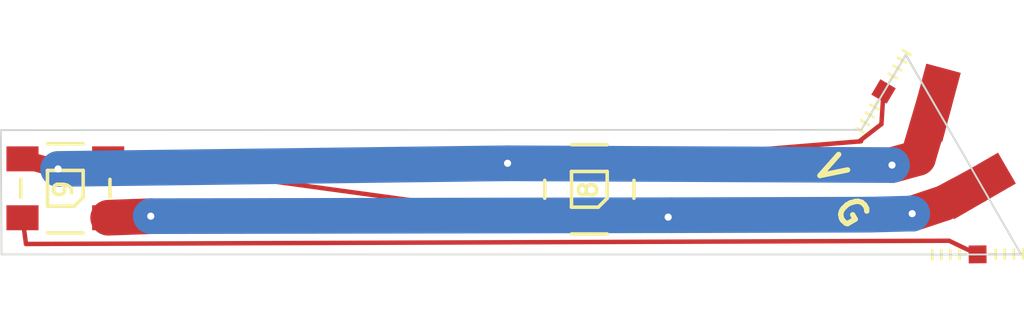
<source format=kicad_pcb>
(kicad_pcb (version 4) (host pcbnew 4.0.7)

  (general
    (links 3)
    (no_connects 0)
    (area 104.409223 29.099326 405.110759 155.047504)
    (thickness 1.6)
    (drawings 11)
    (tracks 33)
    (zones 0)
    (modules 6)
    (nets 6)
  )

  (page A4)
  (layers
    (0 F.Cu signal)
    (31 B.Cu signal)
    (32 B.Adhes user)
    (33 F.Adhes user)
    (34 B.Paste user)
    (35 F.Paste user)
    (36 B.SilkS user)
    (37 F.SilkS user)
    (38 B.Mask user)
    (39 F.Mask user)
    (40 Dwgs.User user)
    (41 Cmts.User user)
    (42 Eco1.User user)
    (43 Eco2.User user)
    (44 Edge.Cuts user)
    (45 Margin user)
    (46 B.CrtYd user)
    (47 F.CrtYd user)
    (48 B.Fab user)
    (49 F.Fab user)
  )

  (setup
    (last_trace_width 0.25)
    (user_trace_width 0.5)
    (user_trace_width 1)
    (user_trace_width 2)
    (trace_clearance 0.2)
    (zone_clearance 0.508)
    (zone_45_only no)
    (trace_min 0.2)
    (segment_width 0.2)
    (edge_width 0.15)
    (via_size 0.6)
    (via_drill 0.4)
    (via_min_size 0.4)
    (via_min_drill 0.3)
    (uvia_size 0.3)
    (uvia_drill 0.1)
    (uvias_allowed no)
    (uvia_min_size 0.2)
    (uvia_min_drill 0.1)
    (pcb_text_width 0.3)
    (pcb_text_size 1.5 1.5)
    (mod_edge_width 0.15)
    (mod_text_size 1 1)
    (mod_text_width 0.15)
    (pad_size 1.524 1.524)
    (pad_drill 0.762)
    (pad_to_mask_clearance 0.2)
    (aux_axis_origin 0 0)
    (visible_elements 7FFFF7FF)
    (pcbplotparams
      (layerselection 0x00030_80000001)
      (usegerberextensions false)
      (excludeedgelayer true)
      (linewidth 0.100000)
      (plotframeref false)
      (viasonmask false)
      (mode 1)
      (useauxorigin false)
      (hpglpennumber 1)
      (hpglpenspeed 20)
      (hpglpendiameter 15)
      (hpglpenoverlay 2)
      (psnegative false)
      (psa4output false)
      (plotreference true)
      (plotvalue true)
      (plotinvisibletext false)
      (padsonsilk false)
      (subtractmaskfromsilk false)
      (outputformat 1)
      (mirror false)
      (drillshape 1)
      (scaleselection 1)
      (outputdirectory ""))
  )

  (net 0 "")
  (net 1 /VCC)
  (net 2 /GND)
  (net 3 "Net-(LED101-Pad2)")
  (net 4 "Net-(LED102-Pad2)")
  (net 5 /DOUT)

  (net_class Default "This is the default net class."
    (clearance 0.2)
    (trace_width 0.25)
    (via_dia 0.6)
    (via_drill 0.4)
    (uvia_dia 0.3)
    (uvia_drill 0.1)
    (add_net /DOUT)
    (add_net /GND)
    (add_net /VCC)
    (add_net "Net-(LED101-Pad2)")
    (add_net "Net-(LED102-Pad2)")
  )

  (module WS2812B:WS2812B (layer F.Cu) (tedit 59EB9806) (tstamp 59F279F0)
    (at 84.1815668464366 98.1491456770292 90)
    (path /59E7F08D)
    (fp_text reference 9 (at -0.0635 -0.109985 90) (layer F.SilkS)
      (effects (font (size 1 1) (thickness 0.2)))
    )
    (fp_text value "" (at 0 4.8 90) (layer F.SilkS) hide
      (effects (font (size 1 1) (thickness 0.2)))
    )
    (fp_line (start -1 -1) (end 1 -1) (layer F.SilkS) (width 0.2))
    (fp_line (start 1 -1) (end 1 1) (layer F.SilkS) (width 0.2))
    (fp_line (start 1 1) (end -0.5 1) (layer F.SilkS) (width 0.2))
    (fp_line (start -0.5 1) (end -1 0.5) (layer F.SilkS) (width 0.2))
    (fp_line (start -1 0.5) (end -1 -1) (layer F.SilkS) (width 0.2))
    (fp_line (start -2.5 -1) (end -2.5 1) (layer F.SilkS) (width 0.2))
    (fp_line (start -0.5 2.5) (end 0.5 2.5) (layer F.SilkS) (width 0.2))
    (fp_line (start 2.5 -1) (end 2.5 1) (layer F.SilkS) (width 0.2))
    (fp_line (start -0.5 -2.5) (end 0.5 -2.5) (layer F.SilkS) (width 0.2))
    (fp_line (start 2.1 2.5) (end 2.5 2.5) (layer Dwgs.User) (width 0.2))
    (fp_line (start -1.2 2.5) (end 1.2 2.5) (layer Dwgs.User) (width 0.2))
    (fp_line (start -2.5 2.5) (end -2.1 2.5) (layer Dwgs.User) (width 0.2))
    (fp_line (start 2.1 -2.5) (end 2.5 -2.5) (layer Dwgs.User) (width 0.2))
    (fp_line (start -1.2 -2.5) (end 1.2 -2.5) (layer Dwgs.User) (width 0.2))
    (fp_line (start -2.5 -2.5) (end -2.1 -2.5) (layer Dwgs.User) (width 0.2))
    (fp_line (start -2.1 -2.7) (end -1.2 -2.7) (layer Dwgs.User) (width 0.2))
    (fp_line (start -1.2 -2.7) (end -1.2 -1.8) (layer Dwgs.User) (width 0.2))
    (fp_line (start -1.2 -1.8) (end -2.1 -1.8) (layer Dwgs.User) (width 0.2))
    (fp_line (start -2.1 -1.8) (end -2.1 -2.7) (layer Dwgs.User) (width 0.2))
    (fp_line (start 2.1 -2.7) (end 1.2 -2.7) (layer Dwgs.User) (width 0.2))
    (fp_line (start 1.2 -2.7) (end 1.2 -1.8) (layer Dwgs.User) (width 0.2))
    (fp_line (start 1.2 -1.8) (end 2.1 -1.8) (layer Dwgs.User) (width 0.2))
    (fp_line (start 2.1 -1.8) (end 2.1 -2.7) (layer Dwgs.User) (width 0.2))
    (fp_line (start -2.1 2.7) (end -2.1 1.8) (layer Dwgs.User) (width 0.2))
    (fp_line (start -2.1 1.8) (end -1.2 1.8) (layer Dwgs.User) (width 0.2))
    (fp_line (start -1.2 1.8) (end -1.2 2.7) (layer Dwgs.User) (width 0.2))
    (fp_line (start -1.2 2.7) (end -2.1 2.7) (layer Dwgs.User) (width 0.2))
    (fp_line (start 1.2 2.7) (end 1.2 1.8) (layer Dwgs.User) (width 0.2))
    (fp_line (start 1.2 1.8) (end 2.1 1.8) (layer Dwgs.User) (width 0.2))
    (fp_line (start 2.1 1.8) (end 2.1 2.7) (layer Dwgs.User) (width 0.2))
    (fp_line (start 2.1 2.7) (end 1.2 2.7) (layer Dwgs.User) (width 0.2))
    (fp_line (start 2.5 -2.5) (end 2.5 2.5) (layer Dwgs.User) (width 0.2))
    (fp_line (start -2.49936 2.49936) (end -2.49936 -2.49936) (layer Dwgs.User) (width 0.2))
    (pad 1 smd rect (at 1.65 -2.4 90) (size 1.4 1.8) (layers F.Cu F.Paste F.Mask)
      (net 1 /VCC))
    (pad 2 smd rect (at -1.65 -2.4 90) (size 1.4 1.8) (layers F.Cu F.Paste F.Mask)
      (net 5 /DOUT))
    (pad 3 smd rect (at -1.65 2.4 90) (size 1.4 1.8) (layers F.Cu F.Paste F.Mask)
      (net 2 /GND))
    (pad 4 smd rect (at 1.65 2.4 90) (size 1.4 1.8) (layers F.Cu F.Paste F.Mask)
      (net 4 "Net-(LED102-Pad2)"))
  )

  (module WS2812B:WS2812B (layer F.Cu) (tedit 59EB97D6) (tstamp 59F279C8)
    (at 113.544612102561 98.2074319255815 90)
    (path /59E7F03D)
    (fp_text reference 8 (at -0.03175 -0.054993 90) (layer F.SilkS)
      (effects (font (size 1 1) (thickness 0.2)))
    )
    (fp_text value "" (at 0 4.8 90) (layer F.SilkS) hide
      (effects (font (size 1 1) (thickness 0.2)))
    )
    (fp_line (start -1 -1) (end 1 -1) (layer F.SilkS) (width 0.2))
    (fp_line (start 1 -1) (end 1 1) (layer F.SilkS) (width 0.2))
    (fp_line (start 1 1) (end -0.5 1) (layer F.SilkS) (width 0.2))
    (fp_line (start -0.5 1) (end -1 0.5) (layer F.SilkS) (width 0.2))
    (fp_line (start -1 0.5) (end -1 -1) (layer F.SilkS) (width 0.2))
    (fp_line (start -2.5 -1) (end -2.5 1) (layer F.SilkS) (width 0.2))
    (fp_line (start -0.5 2.5) (end 0.5 2.5) (layer F.SilkS) (width 0.2))
    (fp_line (start 2.5 -1) (end 2.5 1) (layer F.SilkS) (width 0.2))
    (fp_line (start -0.5 -2.5) (end 0.5 -2.5) (layer F.SilkS) (width 0.2))
    (fp_line (start 2.1 2.5) (end 2.5 2.5) (layer Dwgs.User) (width 0.2))
    (fp_line (start -1.2 2.5) (end 1.2 2.5) (layer Dwgs.User) (width 0.2))
    (fp_line (start -2.5 2.5) (end -2.1 2.5) (layer Dwgs.User) (width 0.2))
    (fp_line (start 2.1 -2.5) (end 2.5 -2.5) (layer Dwgs.User) (width 0.2))
    (fp_line (start -1.2 -2.5) (end 1.2 -2.5) (layer Dwgs.User) (width 0.2))
    (fp_line (start -2.5 -2.5) (end -2.1 -2.5) (layer Dwgs.User) (width 0.2))
    (fp_line (start -2.1 -2.7) (end -1.2 -2.7) (layer Dwgs.User) (width 0.2))
    (fp_line (start -1.2 -2.7) (end -1.2 -1.8) (layer Dwgs.User) (width 0.2))
    (fp_line (start -1.2 -1.8) (end -2.1 -1.8) (layer Dwgs.User) (width 0.2))
    (fp_line (start -2.1 -1.8) (end -2.1 -2.7) (layer Dwgs.User) (width 0.2))
    (fp_line (start 2.1 -2.7) (end 1.2 -2.7) (layer Dwgs.User) (width 0.2))
    (fp_line (start 1.2 -2.7) (end 1.2 -1.8) (layer Dwgs.User) (width 0.2))
    (fp_line (start 1.2 -1.8) (end 2.1 -1.8) (layer Dwgs.User) (width 0.2))
    (fp_line (start 2.1 -1.8) (end 2.1 -2.7) (layer Dwgs.User) (width 0.2))
    (fp_line (start -2.1 2.7) (end -2.1 1.8) (layer Dwgs.User) (width 0.2))
    (fp_line (start -2.1 1.8) (end -1.2 1.8) (layer Dwgs.User) (width 0.2))
    (fp_line (start -1.2 1.8) (end -1.2 2.7) (layer Dwgs.User) (width 0.2))
    (fp_line (start -1.2 2.7) (end -2.1 2.7) (layer Dwgs.User) (width 0.2))
    (fp_line (start 1.2 2.7) (end 1.2 1.8) (layer Dwgs.User) (width 0.2))
    (fp_line (start 1.2 1.8) (end 2.1 1.8) (layer Dwgs.User) (width 0.2))
    (fp_line (start 2.1 1.8) (end 2.1 2.7) (layer Dwgs.User) (width 0.2))
    (fp_line (start 2.1 2.7) (end 1.2 2.7) (layer Dwgs.User) (width 0.2))
    (fp_line (start 2.5 -2.5) (end 2.5 2.5) (layer Dwgs.User) (width 0.2))
    (fp_line (start -2.49936 2.49936) (end -2.49936 -2.49936) (layer Dwgs.User) (width 0.2))
    (pad 1 smd rect (at 1.65 -2.4 90) (size 1.4 1.8) (layers F.Cu F.Paste F.Mask)
      (net 1 /VCC))
    (pad 2 smd rect (at -1.65 -2.4 90) (size 1.4 1.8) (layers F.Cu F.Paste F.Mask)
      (net 4 "Net-(LED102-Pad2)"))
    (pad 3 smd rect (at -1.65 2.4 90) (size 1.4 1.8) (layers F.Cu F.Paste F.Mask)
      (net 2 /GND))
    (pad 4 smd rect (at 1.65 2.4 90) (size 1.4 1.8) (layers F.Cu F.Paste F.Mask)
      (net 3 "Net-(LED101-Pad2)"))
  )

  (module "Big pad" (layer F.Cu) (tedit 59EAA4F0) (tstamp 59F279C4)
    (at 135.384903431515 98.0629261594345 30)
    (fp_text reference "" (at 0.127 0.5 30) (layer F.SilkS)
      (effects (font (size 1 1) (thickness 0.15)))
    )
    (fp_text value "" (at 0 -0.5 30) (layer F.Fab)
      (effects (font (size 1 1) (thickness 0.15)))
    )
    (pad 1 smd rect (at -0.127 -0.127 30) (size 4 2) (layers F.Cu F.Paste F.Mask))
  )

  (module "Big pad" (layer F.Cu) (tedit 59EAA4F0) (tstamp 59F279C0)
    (at 132.717903431515 93.4435466556483 255)
    (fp_text reference "" (at 0.127 0.5 255) (layer F.SilkS)
      (effects (font (size 1 1) (thickness 0.15)))
    )
    (fp_text value "" (at 0 -0.5 255) (layer F.Fab)
      (effects (font (size 1 1) (thickness 0.15)))
    )
    (pad 1 smd rect (at -0.127 -0.127 255) (size 4 2) (layers F.Cu F.Paste F.Mask))
  )

  (module "Tiny Edge" (layer F.Cu) (tedit 59EBDB8C) (tstamp 59F279B2)
    (at 135.299382424165 101.85179942959 180.6)
    (fp_text reference "" (at 0 0.5 180.6) (layer F.SilkS)
      (effects (font (size 1 1) (thickness 0.15)))
    )
    (fp_text value "" (at 3.175 -4.056 180.6) (layer F.Fab)
      (effects (font (size 1 1) (thickness 0.15)))
    )
    (fp_line (start 0.635 0) (end 0.889 0) (layer F.SilkS) (width 0.15))
    (fp_line (start -0.889 0) (end -0.635 0) (layer F.SilkS) (width 0.15))
    (fp_line (start -2.54 -0.254) (end -2.54 0.254) (layer F.SilkS) (width 0.15))
    (fp_line (start 2.54 -0.254) (end 2.54 0.254) (layer F.SilkS) (width 0.15))
    (fp_line (start 2.032 -0.254) (end 2.032 0.254) (layer F.SilkS) (width 0.15))
    (fp_line (start 1.524 -0.254) (end 1.524 0.254) (layer F.SilkS) (width 0.15))
    (fp_line (start 1.016 -0.254) (end 1.016 0.254) (layer F.SilkS) (width 0.15))
    (fp_line (start -2.032 -0.254) (end -2.032 0.254) (layer F.SilkS) (width 0.15))
    (fp_line (start -1.524 -0.254) (end -1.524 0.254) (layer F.SilkS) (width 0.15))
    (fp_line (start -1.016 -0.254) (end -1.016 0.254) (layer F.SilkS) (width 0.15))
    (pad 1 smd rect (at 0 0 180.6) (size 1 1) (layers F.Cu F.Paste F.Mask))
  )

  (module "Tiny Edge" (layer F.Cu) (tedit 59EBDB8C) (tstamp 59F279A4)
    (at 130.028882424165 92.7230256482987 59.4)
    (fp_text reference "" (at 0 0.5 59.4) (layer F.SilkS)
      (effects (font (size 1 1) (thickness 0.15)))
    )
    (fp_text value "" (at 3.175 -4.056 59.4) (layer F.Fab)
      (effects (font (size 1 1) (thickness 0.15)))
    )
    (fp_line (start 0.635 0) (end 0.889 0) (layer F.SilkS) (width 0.15))
    (fp_line (start -0.889 0) (end -0.635 0) (layer F.SilkS) (width 0.15))
    (fp_line (start -2.54 -0.254) (end -2.54 0.254) (layer F.SilkS) (width 0.15))
    (fp_line (start 2.54 -0.254) (end 2.54 0.254) (layer F.SilkS) (width 0.15))
    (fp_line (start 2.032 -0.254) (end 2.032 0.254) (layer F.SilkS) (width 0.15))
    (fp_line (start 1.524 -0.254) (end 1.524 0.254) (layer F.SilkS) (width 0.15))
    (fp_line (start 1.016 -0.254) (end 1.016 0.254) (layer F.SilkS) (width 0.15))
    (fp_line (start -2.032 -0.254) (end -2.032 0.254) (layer F.SilkS) (width 0.15))
    (fp_line (start -1.524 -0.254) (end -1.524 0.254) (layer F.SilkS) (width 0.15))
    (fp_line (start -1.016 -0.254) (end -1.016 0.254) (layer F.SilkS) (width 0.15))
    (pad 1 smd rect (at 0 0 59.4) (size 1 1) (layers F.Cu F.Paste F.Mask))
  )

  (gr_line (start 133.70614787533 94.8707262426342) (end 137.74078337533 101.858919918655) (layer Edge.Cuts) (width 0.1) (tstamp 59F27A43))
  (gr_line (start 137.74078337533 101.858919918655) (end 80.6084355758387 101.854306774241) (layer Edge.Cuts) (width 0.1) (tstamp 59F27A42))
  (gr_line (start 80.6084355758387 101.854306774241) (end 80.5712232188951 94.8898530813448) (layer Edge.Cuts) (width 0.1) (tstamp 59F27A41))
  (gr_line (start 80.5712232188951 94.8898530813448) (end 128.789328831247 94.8724958466605) (layer Edge.Cuts) (width 0.1) (tstamp 59F27A40))
  (gr_line (start 128.789328831247 94.8724958466605) (end 131.267052047017 90.6776043434671) (layer Edge.Cuts) (width 0.1) (tstamp 59F27A3F))
  (gr_line (start 131.267052047017 90.6776043434671) (end 133.70614787533 94.8707262426342) (layer Edge.Cuts) (width 0.1) (tstamp 59F27A3E))
  (gr_line (start 132.799123572858 101.871230067052) (end 137.728224838556 101.835181894894) (layer Edge.Cuts) (width 0.1) (tstamp 59F27A3D))
  (gr_line (start 137.728224838556 101.835181894894) (end 131.291758422265 90.6738490406669) (layer Edge.Cuts) (width 0.1) (tstamp 59F27A3C))
  (gr_line (start 131.291758422265 90.6738490406669) (end 128.785108799073 94.8587445365249) (layer Edge.Cuts) (width 0.1) (tstamp 59F27A3B))
  (gr_text V (at 127.053786438641 97.095008243978 -60) (layer F.SilkS) (tstamp 59F27A3A)
    (effects (font (size 1.5 1.5) (thickness 0.3)))
  )
  (gr_text G (at 128.242604167105 99.4589009506149 -60) (layer F.SilkS) (tstamp 59F27A39)
    (effects (font (size 1.5 1.5) (thickness 0.3)))
  )

  (segment (start 108.961988832405 96.7470955897241) (end 83.7750446858575 97.0640286405036) (width 2) (layer B.Cu) (net 1) (tstamp 59F27A20))
  (via (at 83.7750446858575 97.0640286405036) (size 0.6) (drill 0.4) (layers F.Cu B.Cu) (net 1) (tstamp 59F27A1F))
  (segment (start 83.7750446858575 97.0640286405036) (end 81.7815667777835 96.4991456199533) (width 1) (layer F.Cu) (net 1) (tstamp 59F27A1E) (status 20))
  (segment (start 108.961988832405 96.7470955897241) (end 111.144612033908 96.5574318685057) (width 1) (layer F.Cu) (net 1) (tstamp 59F27A1D) (status 20))
  (via (at 108.961988832405 96.7470955897241) (size 0.6) (drill 0.4) (layers F.Cu B.Cu) (net 1) (tstamp 59F27A1C))
  (segment (start 108.961988832405 96.7470955897241) (end 130.504074482517 96.8480824367174) (width 2) (layer B.Cu) (net 1) (tstamp 59F27A1B))
  (segment (start 131.959404584744 96.4477881155593) (end 132.873445924161 93.3537441556483) (width 2) (layer F.Cu) (net 1) (tstamp 59F27A1A))
  (segment (start 130.504074482517 96.8480824367174) (end 131.959404584744 96.4477881155593) (width 2) (layer F.Cu) (net 1) (tstamp 59F27A19))
  (via (at 130.504074482517 96.8480824367174) (size 0.6) (drill 0.4) (layers F.Cu B.Cu) (net 1) (tstamp 59F27A18))
  (segment (start 131.634618803675 99.5682426411717) (end 131.634618803675 99.5682426411717) (width 0.25) (layer B.Cu) (net 2) (tstamp 59F27A30))
  (via (at 88.9694253428731 99.7109598523076) (size 0.6) (drill 0.4) (layers F.Cu B.Cu) (net 2) (tstamp 59F27A2F))
  (segment (start 88.9694253428731 99.7109598523076) (end 86.5815669150896 99.7991457341051) (width 2) (layer F.Cu) (net 2) (tstamp 59F27A2E) (status 20))
  (segment (start 118.145566532439 99.657184761439) (end 88.9694253428731 99.7109598523076) (width 2) (layer B.Cu) (net 2) (tstamp 59F27A2D))
  (segment (start 129.248362570045 99.6261256046461) (end 118.145566532439 99.657184761439) (width 2) (layer B.Cu) (net 2) (tstamp 59F27A2C))
  (segment (start 131.525921917421 99.5661081115553) (end 129.248362570045 99.6261256046461) (width 2) (layer B.Cu) (net 2) (tstamp 59F27A2B))
  (segment (start 131.634618803675 99.5682426411717) (end 131.525921917421 99.5661081115553) (width 2) (layer B.Cu) (net 2) (tstamp 59F27A2A))
  (segment (start 117.962257533296 99.763018261439) (end 118.145566532439 99.657184761439) (width 0.25) (layer B.Cu) (net 2) (tstamp 59F27A29))
  (segment (start 117.964089070645 99.6541325771828) (end 117.962257533296 99.763018261439) (width 0.25) (layer B.Cu) (net 2) (tstamp 59F27A28))
  (segment (start 117.962257533296 99.763018261439) (end 117.964089070645 99.6541325771828) (width 0.25) (layer B.Cu) (net 2) (tstamp 59F27A27))
  (via (at 117.962257533296 99.763018261439) (size 0.6) (drill 0.4) (layers F.Cu B.Cu) (net 2) (tstamp 59F27A26))
  (segment (start 115.944612171214 99.8574319826574) (end 117.962257533296 99.763018261439) (width 1) (layer F.Cu) (net 2) (tstamp 59F27A25) (status 10))
  (segment (start 133.422555446576 98.9737077473908) (end 135.211418205234 98.0164409331539) (width 2) (layer F.Cu) (net 2) (tstamp 59F27A24))
  (segment (start 131.634618803675 99.5682426411717) (end 133.422555446576 98.9737077473908) (width 2) (layer F.Cu) (net 2) (tstamp 59F27A23))
  (via (at 131.634618803675 99.5682426411717) (size 0.6) (drill 0.4) (layers F.Cu B.Cu) (net 2) (tstamp 59F27A22))
  (segment (start 131.525921917421 99.5661081115553) (end 131.634618803675 99.5682426411717) (width 2) (layer B.Cu) (net 2) (tstamp 59F27A21))
  (segment (start 128.658385662831 95.5226056260594) (end 128.77215184367 95.5148944314564) (width 0.25) (layer F.Cu) (net 3) (tstamp 59F27A34))
  (segment (start 115.944612087459 96.5574318375883) (end 128.658385662831 95.5226056260594) (width 0.25) (layer F.Cu) (net 3) (tstamp 59F27A33) (status 10))
  (segment (start 129.91100061392 94.5508483636662) (end 128.658385662831 95.5226056260594) (width 0.25) (layer F.Cu) (net 3) (tstamp 59F27A32))
  (segment (start 129.91100061392 94.5508483636662) (end 130.028882424165 92.7230256482987) (width 0.25) (layer F.Cu) (net 3) (tstamp 59F27A31))
  (segment (start 111.144612117664 99.8574320135748) (end 86.5815668313339 96.499145589036) (width 0.25) (layer F.Cu) (net 4) (tstamp 59F27A35) (status 20))
  (segment (start 81.9790701689756 101.268509528165) (end 81.7815668615392 99.7991457650224) (width 0.25) (layer F.Cu) (net 5) (tstamp 59F27A38))
  (segment (start 133.700249136548 101.088619327363) (end 81.9790701689756 101.268509528165) (width 0.25) (layer F.Cu) (net 5) (tstamp 59F27A37))
  (segment (start 135.299382424165 101.85179942959) (end 133.700249136548 101.088619327363) (width 0.25) (layer F.Cu) (net 5) (tstamp 59F27A36))

)
</source>
